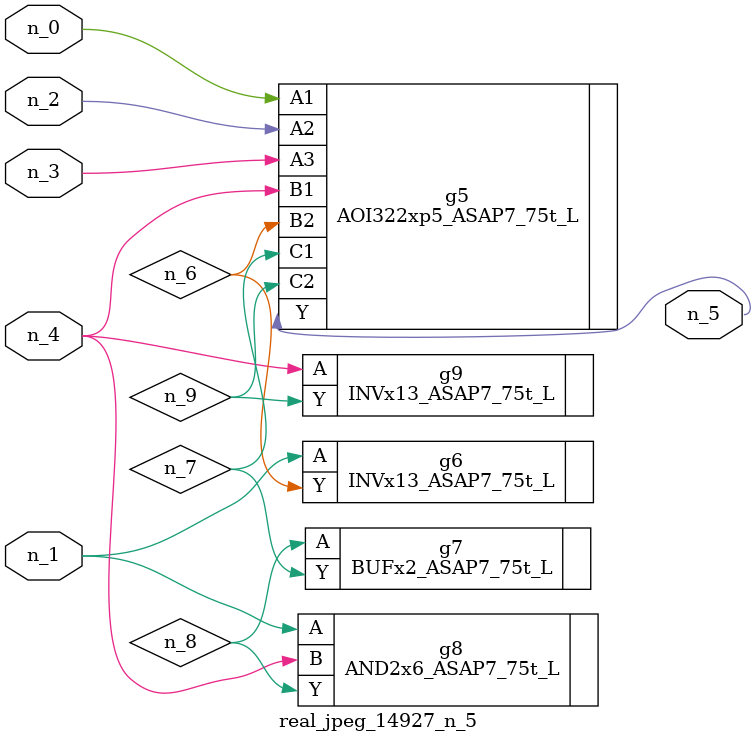
<source format=v>
module real_jpeg_14927_n_5 (n_4, n_0, n_1, n_2, n_3, n_5);

input n_4;
input n_0;
input n_1;
input n_2;
input n_3;

output n_5;

wire n_8;
wire n_6;
wire n_7;
wire n_9;

AOI322xp5_ASAP7_75t_L g5 ( 
.A1(n_0),
.A2(n_2),
.A3(n_3),
.B1(n_4),
.B2(n_6),
.C1(n_7),
.C2(n_9),
.Y(n_5)
);

INVx13_ASAP7_75t_L g6 ( 
.A(n_1),
.Y(n_6)
);

AND2x6_ASAP7_75t_L g8 ( 
.A(n_1),
.B(n_4),
.Y(n_8)
);

INVx13_ASAP7_75t_L g9 ( 
.A(n_4),
.Y(n_9)
);

BUFx2_ASAP7_75t_L g7 ( 
.A(n_8),
.Y(n_7)
);


endmodule
</source>
